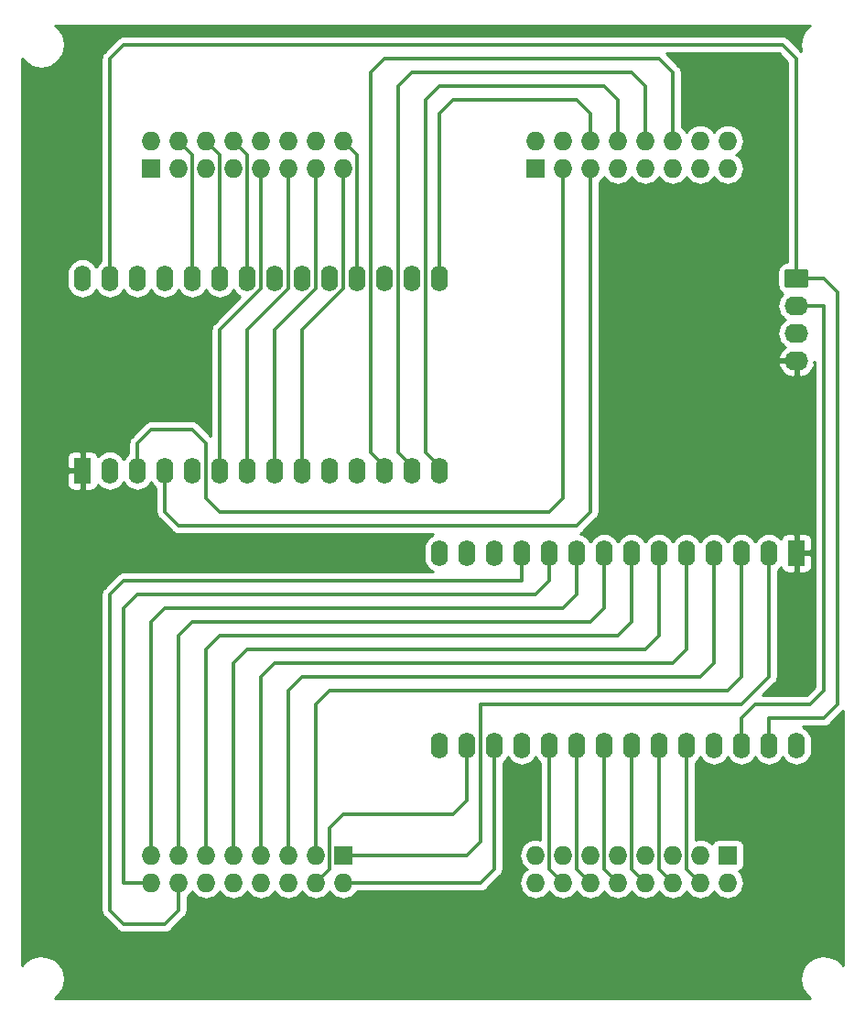
<source format=gbr>
G04 #@! TF.GenerationSoftware,KiCad,Pcbnew,(5.1.2)-2*
G04 #@! TF.CreationDate,2019-07-03T22:27:51+02:00*
G04 #@! TF.ProjectId,FGINT-V3-OUT256,4647494e-542d-4563-932d-4f5554323536,rev?*
G04 #@! TF.SameCoordinates,Original*
G04 #@! TF.FileFunction,Copper,L1,Top*
G04 #@! TF.FilePolarity,Positive*
%FSLAX46Y46*%
G04 Gerber Fmt 4.6, Leading zero omitted, Abs format (unit mm)*
G04 Created by KiCad (PCBNEW (5.1.2)-2) date 2019-07-03 22:27:51*
%MOMM*%
%LPD*%
G04 APERTURE LIST*
%ADD10C,0.100000*%
%ADD11C,1.740000*%
%ADD12O,2.200000X1.740000*%
%ADD13O,1.727200X1.727200*%
%ADD14R,1.727200X1.727200*%
%ADD15O,1.600000X2.400000*%
%ADD16R,1.600000X2.400000*%
%ADD17C,0.350000*%
%ADD18C,0.254000*%
G04 APERTURE END LIST*
D10*
G36*
X136764505Y-49931204D02*
G01*
X136788773Y-49934804D01*
X136812572Y-49940765D01*
X136835671Y-49949030D01*
X136857850Y-49959520D01*
X136878893Y-49972132D01*
X136898599Y-49986747D01*
X136916777Y-50003223D01*
X136933253Y-50021401D01*
X136947868Y-50041107D01*
X136960480Y-50062150D01*
X136970970Y-50084329D01*
X136979235Y-50107428D01*
X136985196Y-50131227D01*
X136988796Y-50155495D01*
X136990000Y-50179999D01*
X136990000Y-51420001D01*
X136988796Y-51444505D01*
X136985196Y-51468773D01*
X136979235Y-51492572D01*
X136970970Y-51515671D01*
X136960480Y-51537850D01*
X136947868Y-51558893D01*
X136933253Y-51578599D01*
X136916777Y-51596777D01*
X136898599Y-51613253D01*
X136878893Y-51627868D01*
X136857850Y-51640480D01*
X136835671Y-51650970D01*
X136812572Y-51659235D01*
X136788773Y-51665196D01*
X136764505Y-51668796D01*
X136740001Y-51670000D01*
X135039999Y-51670000D01*
X135015495Y-51668796D01*
X134991227Y-51665196D01*
X134967428Y-51659235D01*
X134944329Y-51650970D01*
X134922150Y-51640480D01*
X134901107Y-51627868D01*
X134881401Y-51613253D01*
X134863223Y-51596777D01*
X134846747Y-51578599D01*
X134832132Y-51558893D01*
X134819520Y-51537850D01*
X134809030Y-51515671D01*
X134800765Y-51492572D01*
X134794804Y-51468773D01*
X134791204Y-51444505D01*
X134790000Y-51420001D01*
X134790000Y-50179999D01*
X134791204Y-50155495D01*
X134794804Y-50131227D01*
X134800765Y-50107428D01*
X134809030Y-50084329D01*
X134819520Y-50062150D01*
X134832132Y-50041107D01*
X134846747Y-50021401D01*
X134863223Y-50003223D01*
X134881401Y-49986747D01*
X134901107Y-49972132D01*
X134922150Y-49959520D01*
X134944329Y-49949030D01*
X134967428Y-49940765D01*
X134991227Y-49934804D01*
X135015495Y-49931204D01*
X135039999Y-49930000D01*
X136740001Y-49930000D01*
X136764505Y-49931204D01*
X136764505Y-49931204D01*
G37*
D11*
X135890000Y-50800000D03*
D12*
X135890000Y-53340000D03*
X135890000Y-55880000D03*
X135890000Y-58420000D03*
D13*
X111760000Y-106680000D03*
X111760000Y-104140000D03*
X114300000Y-106680000D03*
X114300000Y-104140000D03*
X116840000Y-106680000D03*
X116840000Y-104140000D03*
X119380000Y-106680000D03*
X119380000Y-104140000D03*
X121920000Y-106680000D03*
X121920000Y-104140000D03*
X124460000Y-106680000D03*
X124460000Y-104140000D03*
X127000000Y-106680000D03*
X127000000Y-104140000D03*
X129540000Y-106680000D03*
D14*
X129540000Y-104140000D03*
X93980000Y-104140000D03*
D13*
X93980000Y-106680000D03*
X91440000Y-104140000D03*
X91440000Y-106680000D03*
X88900000Y-104140000D03*
X88900000Y-106680000D03*
X86360000Y-104140000D03*
X86360000Y-106680000D03*
X83820000Y-104140000D03*
X83820000Y-106680000D03*
X81280000Y-104140000D03*
X81280000Y-106680000D03*
X78740000Y-104140000D03*
X78740000Y-106680000D03*
X76200000Y-104140000D03*
X76200000Y-106680000D03*
D14*
X76200000Y-40640000D03*
D13*
X76200000Y-38100000D03*
X78740000Y-40640000D03*
X78740000Y-38100000D03*
X81280000Y-40640000D03*
X81280000Y-38100000D03*
X83820000Y-40640000D03*
X83820000Y-38100000D03*
X86360000Y-40640000D03*
X86360000Y-38100000D03*
X88900000Y-40640000D03*
X88900000Y-38100000D03*
X91440000Y-40640000D03*
X91440000Y-38100000D03*
X93980000Y-40640000D03*
X93980000Y-38100000D03*
X129540000Y-38100000D03*
X129540000Y-40640000D03*
X127000000Y-38100000D03*
X127000000Y-40640000D03*
X124460000Y-38100000D03*
X124460000Y-40640000D03*
X121920000Y-38100000D03*
X121920000Y-40640000D03*
X119380000Y-38100000D03*
X119380000Y-40640000D03*
X116840000Y-38100000D03*
X116840000Y-40640000D03*
X114300000Y-38100000D03*
X114300000Y-40640000D03*
X111760000Y-38100000D03*
D14*
X111760000Y-40640000D03*
D15*
X135890000Y-93980000D03*
X102870000Y-76200000D03*
X133350000Y-93980000D03*
X105410000Y-76200000D03*
X130810000Y-93980000D03*
X107950000Y-76200000D03*
X128270000Y-93980000D03*
X110490000Y-76200000D03*
X125730000Y-93980000D03*
X113030000Y-76200000D03*
X123190000Y-93980000D03*
X115570000Y-76200000D03*
X120650000Y-93980000D03*
X118110000Y-76200000D03*
X118110000Y-93980000D03*
X120650000Y-76200000D03*
X115570000Y-93980000D03*
X123190000Y-76200000D03*
X113030000Y-93980000D03*
X125730000Y-76200000D03*
X110490000Y-93980000D03*
X128270000Y-76200000D03*
X107950000Y-93980000D03*
X130810000Y-76200000D03*
X105410000Y-93980000D03*
X133350000Y-76200000D03*
X102870000Y-93980000D03*
D16*
X135890000Y-76200000D03*
X69850000Y-68580000D03*
D15*
X102870000Y-50800000D03*
X72390000Y-68580000D03*
X100330000Y-50800000D03*
X74930000Y-68580000D03*
X97790000Y-50800000D03*
X77470000Y-68580000D03*
X95250000Y-50800000D03*
X80010000Y-68580000D03*
X92710000Y-50800000D03*
X82550000Y-68580000D03*
X90170000Y-50800000D03*
X85090000Y-68580000D03*
X87630000Y-50800000D03*
X87630000Y-68580000D03*
X85090000Y-50800000D03*
X90170000Y-68580000D03*
X82550000Y-50800000D03*
X92710000Y-68580000D03*
X80010000Y-50800000D03*
X95250000Y-68580000D03*
X77470000Y-50800000D03*
X97790000Y-68580000D03*
X74930000Y-50800000D03*
X100330000Y-68580000D03*
X72390000Y-50800000D03*
X102870000Y-68580000D03*
X69850000Y-50800000D03*
D17*
X133350000Y-93980000D02*
X133350000Y-93580000D01*
X133350000Y-93580000D02*
X133350000Y-91440000D01*
X133350000Y-91440000D02*
X138430000Y-91440000D01*
X138430000Y-91440000D02*
X139700000Y-90170000D01*
X139700000Y-90170000D02*
X139700000Y-52070000D01*
X139700000Y-52070000D02*
X138430000Y-50800000D01*
X138430000Y-50800000D02*
X135890000Y-50800000D01*
X72390000Y-50800000D02*
X72390000Y-50400000D01*
X72390000Y-50400000D02*
X72390000Y-30480000D01*
X72390000Y-30480000D02*
X73660000Y-29210000D01*
X73660000Y-29210000D02*
X134620000Y-29210000D01*
X134620000Y-29210000D02*
X135890000Y-30480000D01*
X135890000Y-30480000D02*
X135890000Y-50800000D01*
X130810000Y-93980000D02*
X130810000Y-93580000D01*
X130810000Y-93580000D02*
X130810000Y-91440000D01*
X130810000Y-91440000D02*
X132080000Y-90170000D01*
X132080000Y-90170000D02*
X137160000Y-90170000D01*
X137160000Y-90170000D02*
X138430000Y-88900000D01*
X138430000Y-88900000D02*
X138430000Y-53340000D01*
X138430000Y-53340000D02*
X135890000Y-53340000D01*
X76200000Y-104140000D02*
X76200000Y-82550000D01*
X76200000Y-82550000D02*
X77470000Y-81280000D01*
X77470000Y-81280000D02*
X114300000Y-81280000D01*
X114300000Y-81280000D02*
X115570000Y-80010000D01*
X115570000Y-80010000D02*
X115570000Y-76600000D01*
X115570000Y-76600000D02*
X115570000Y-76200000D01*
X113030000Y-93980000D02*
X113030000Y-105410000D01*
X113030000Y-105410000D02*
X114300000Y-106680000D01*
X78740000Y-104140000D02*
X78740000Y-83820000D01*
X78740000Y-83820000D02*
X80010000Y-82550000D01*
X80010000Y-82550000D02*
X116840000Y-82550000D01*
X116840000Y-82550000D02*
X118110000Y-81280000D01*
X118110000Y-81280000D02*
X118110000Y-76200000D01*
X115570000Y-93980000D02*
X115570000Y-105410000D01*
X115570000Y-105410000D02*
X116840000Y-106680000D01*
X81280000Y-104140000D02*
X81280000Y-85090000D01*
X81280000Y-85090000D02*
X82550000Y-83820000D01*
X82550000Y-83820000D02*
X119380000Y-83820000D01*
X119380000Y-83820000D02*
X120650000Y-82550000D01*
X120650000Y-82550000D02*
X120650000Y-76600000D01*
X120650000Y-76600000D02*
X120650000Y-76200000D01*
X118110000Y-93980000D02*
X118110000Y-93580000D01*
X118110000Y-93580000D02*
X118110000Y-105410000D01*
X118110000Y-105410000D02*
X119380000Y-106680000D01*
X83820000Y-104140000D02*
X83820000Y-86360000D01*
X83820000Y-86360000D02*
X85090000Y-85090000D01*
X85090000Y-85090000D02*
X121920000Y-85090000D01*
X121920000Y-85090000D02*
X123190000Y-83820000D01*
X123190000Y-83820000D02*
X123190000Y-76200000D01*
X120650000Y-93980000D02*
X120650000Y-105410000D01*
X120650000Y-105410000D02*
X121920000Y-106680000D01*
X86360000Y-104140000D02*
X86360000Y-87630000D01*
X86360000Y-87630000D02*
X87630000Y-86360000D01*
X87630000Y-86360000D02*
X124460000Y-86360000D01*
X124460000Y-86360000D02*
X125730000Y-85090000D01*
X125730000Y-85090000D02*
X125730000Y-76600000D01*
X125730000Y-76600000D02*
X125730000Y-76200000D01*
X123190000Y-93980000D02*
X123190000Y-105410000D01*
X123190000Y-105410000D02*
X124460000Y-106680000D01*
X88900000Y-104140000D02*
X88900000Y-88900000D01*
X88900000Y-88900000D02*
X90170000Y-87630000D01*
X90170000Y-87630000D02*
X127000000Y-87630000D01*
X127000000Y-87630000D02*
X128270000Y-86360000D01*
X128270000Y-86360000D02*
X128270000Y-76200000D01*
X125730000Y-93980000D02*
X125730000Y-105410000D01*
X125730000Y-105410000D02*
X127000000Y-106680000D01*
X91440000Y-104140000D02*
X91440000Y-90170000D01*
X91440000Y-90170000D02*
X92710000Y-88900000D01*
X92710000Y-88900000D02*
X129540000Y-88900000D01*
X129540000Y-88900000D02*
X130810000Y-87630000D01*
X130810000Y-87630000D02*
X130810000Y-76600000D01*
X130810000Y-76600000D02*
X130810000Y-76200000D01*
X93980000Y-104140000D02*
X105410000Y-104140000D01*
X105410000Y-104140000D02*
X106680000Y-102870000D01*
X106680000Y-102870000D02*
X106680000Y-90170000D01*
X106680000Y-90170000D02*
X130810000Y-90170000D01*
X130810000Y-90170000D02*
X133350000Y-87630000D01*
X133350000Y-87630000D02*
X133350000Y-76600000D01*
X133350000Y-76600000D02*
X133350000Y-76200000D01*
X107950000Y-93980000D02*
X107950000Y-105410000D01*
X107950000Y-105410000D02*
X106680000Y-106680000D01*
X106680000Y-106680000D02*
X93980000Y-106680000D01*
X105410000Y-93980000D02*
X105410000Y-99060000D01*
X105410000Y-99060000D02*
X104140000Y-100330000D01*
X104140000Y-100330000D02*
X93980000Y-100330000D01*
X93980000Y-100330000D02*
X92710000Y-101600000D01*
X92710000Y-101600000D02*
X92710000Y-105410000D01*
X92710000Y-105410000D02*
X91440000Y-106680000D01*
X110490000Y-76200000D02*
X110490000Y-76600000D01*
X110490000Y-76600000D02*
X110490000Y-78740000D01*
X110490000Y-78740000D02*
X73660000Y-78740000D01*
X73660000Y-78740000D02*
X72390000Y-80010000D01*
X72390000Y-80010000D02*
X72390000Y-109220000D01*
X72390000Y-109220000D02*
X73660000Y-110490000D01*
X73660000Y-110490000D02*
X77470000Y-110490000D01*
X77470000Y-110490000D02*
X78740000Y-109220000D01*
X78740000Y-109220000D02*
X78740000Y-106680000D01*
X113030000Y-76200000D02*
X113030000Y-76600000D01*
X113030000Y-76600000D02*
X113030000Y-78740000D01*
X113030000Y-78740000D02*
X111760000Y-80010000D01*
X111760000Y-80010000D02*
X74930000Y-80010000D01*
X74930000Y-80010000D02*
X73660000Y-81280000D01*
X73660000Y-81280000D02*
X73660000Y-106680000D01*
X73660000Y-106680000D02*
X76200000Y-106680000D01*
X74930000Y-68580000D02*
X74930000Y-66040000D01*
X74930000Y-66040000D02*
X76200000Y-64770000D01*
X76200000Y-64770000D02*
X80010000Y-64770000D01*
X80010000Y-64770000D02*
X81280000Y-66040000D01*
X81280000Y-66040000D02*
X81280000Y-71120000D01*
X81280000Y-71120000D02*
X82550000Y-72390000D01*
X82550000Y-72390000D02*
X113030000Y-72390000D01*
X113030000Y-72390000D02*
X114300000Y-71120000D01*
X114300000Y-71120000D02*
X114300000Y-40640000D01*
X80010000Y-50800000D02*
X80010000Y-39370000D01*
X80010000Y-39370000D02*
X78740000Y-38100000D01*
X116840000Y-40640000D02*
X116840000Y-72390000D01*
X116840000Y-72390000D02*
X115570000Y-73660000D01*
X115570000Y-73660000D02*
X78740000Y-73660000D01*
X78740000Y-73660000D02*
X77470000Y-72390000D01*
X77470000Y-72390000D02*
X77470000Y-68580000D01*
X82550000Y-50800000D02*
X82550000Y-39370000D01*
X82550000Y-39370000D02*
X81280000Y-38100000D01*
X85090000Y-50800000D02*
X85090000Y-39370000D01*
X85090000Y-39370000D02*
X83820000Y-38100000D01*
X82550000Y-68580000D02*
X82550000Y-68180000D01*
X82550000Y-68180000D02*
X82550000Y-55536100D01*
X82550000Y-55536100D02*
X86360000Y-51726100D01*
X86360000Y-51726100D02*
X86360000Y-50926100D01*
X86360000Y-50926100D02*
X86360000Y-40640000D01*
X85090000Y-68580000D02*
X85090000Y-68180000D01*
X85090000Y-68180000D02*
X85090000Y-55536100D01*
X85090000Y-55536100D02*
X88900000Y-51726100D01*
X88900000Y-51726100D02*
X88900000Y-50926100D01*
X88900000Y-50926100D02*
X88900000Y-40640000D01*
X91440000Y-40640000D02*
X91440000Y-51726100D01*
X91440000Y-51726100D02*
X87630000Y-55536100D01*
X87630000Y-55536100D02*
X87630000Y-68180000D01*
X87630000Y-68180000D02*
X87630000Y-68580000D01*
X90170000Y-68580000D02*
X90170000Y-68180000D01*
X90170000Y-68180000D02*
X90170000Y-55536100D01*
X90170000Y-55536100D02*
X93980000Y-51726100D01*
X93980000Y-51726100D02*
X93980000Y-50926100D01*
X93980000Y-50926100D02*
X93980000Y-40640000D01*
X95250000Y-50800000D02*
X95250000Y-39370000D01*
X95250000Y-39370000D02*
X93980000Y-38100000D01*
X97790000Y-68580000D02*
X97790000Y-68180000D01*
X97790000Y-68180000D02*
X96520000Y-66910000D01*
X96520000Y-66910000D02*
X96520000Y-31750000D01*
X96520000Y-31750000D02*
X97790000Y-30480000D01*
X97790000Y-30480000D02*
X123190000Y-30480000D01*
X123190000Y-30480000D02*
X124460000Y-31750000D01*
X124460000Y-31750000D02*
X124460000Y-38100000D01*
X100330000Y-68580000D02*
X100330000Y-68180000D01*
X100330000Y-68180000D02*
X99060000Y-66910000D01*
X99060000Y-66910000D02*
X99060000Y-33020000D01*
X99060000Y-33020000D02*
X100330000Y-31750000D01*
X100330000Y-31750000D02*
X120650000Y-31750000D01*
X120650000Y-31750000D02*
X121920000Y-33020000D01*
X121920000Y-33020000D02*
X121920000Y-38100000D01*
X102870000Y-68580000D02*
X102870000Y-68180000D01*
X102870000Y-68180000D02*
X101600000Y-66910000D01*
X101600000Y-66910000D02*
X101600000Y-50926100D01*
X101600000Y-50926100D02*
X101600000Y-49873900D01*
X101600000Y-49873900D02*
X101600000Y-34290000D01*
X101600000Y-34290000D02*
X102870000Y-33020000D01*
X102870000Y-33020000D02*
X118110000Y-33020000D01*
X118110000Y-33020000D02*
X119380000Y-34290000D01*
X119380000Y-34290000D02*
X119380000Y-38100000D01*
X102870000Y-50800000D02*
X102870000Y-35560000D01*
X102870000Y-35560000D02*
X104140000Y-34290000D01*
X104140000Y-34290000D02*
X115570000Y-34290000D01*
X115570000Y-34290000D02*
X116840000Y-35560000D01*
X116840000Y-35560000D02*
X116840000Y-38100000D01*
D18*
G36*
X136861839Y-27695645D02*
G01*
X136597565Y-28029076D01*
X136403087Y-28407488D01*
X136285814Y-28816468D01*
X136250212Y-29240438D01*
X136297638Y-29663247D01*
X136334285Y-29778772D01*
X135220899Y-28665387D01*
X135195528Y-28634472D01*
X135072189Y-28533251D01*
X134931473Y-28458037D01*
X134778788Y-28411720D01*
X134659791Y-28400000D01*
X134659788Y-28400000D01*
X134620000Y-28396081D01*
X134580212Y-28400000D01*
X73699787Y-28400000D01*
X73659999Y-28396081D01*
X73620211Y-28400000D01*
X73620209Y-28400000D01*
X73501212Y-28411720D01*
X73348527Y-28458037D01*
X73283024Y-28493049D01*
X73207810Y-28533251D01*
X73152210Y-28578881D01*
X73084472Y-28634472D01*
X73059105Y-28665382D01*
X71845383Y-29879105D01*
X71814473Y-29904472D01*
X71789108Y-29935380D01*
X71713251Y-30027811D01*
X71638039Y-30168526D01*
X71638038Y-30168527D01*
X71591722Y-30321211D01*
X71591721Y-30321213D01*
X71576081Y-30480000D01*
X71580001Y-30519798D01*
X71580000Y-49208371D01*
X71370392Y-49380393D01*
X71191068Y-49598900D01*
X71120000Y-49731858D01*
X71048932Y-49598899D01*
X70869607Y-49380392D01*
X70651100Y-49201068D01*
X70401807Y-49067818D01*
X70131308Y-48985764D01*
X69850000Y-48958057D01*
X69568691Y-48985764D01*
X69298192Y-49067818D01*
X69048899Y-49201068D01*
X68830392Y-49380393D01*
X68651068Y-49598900D01*
X68517818Y-49848193D01*
X68435764Y-50118692D01*
X68415000Y-50329509D01*
X68415000Y-51270492D01*
X68435764Y-51481309D01*
X68517818Y-51751808D01*
X68651068Y-52001101D01*
X68830393Y-52219608D01*
X69048900Y-52398932D01*
X69298193Y-52532182D01*
X69568692Y-52614236D01*
X69850000Y-52641943D01*
X70131309Y-52614236D01*
X70401808Y-52532182D01*
X70651101Y-52398932D01*
X70869608Y-52219608D01*
X71048932Y-52001101D01*
X71120000Y-51868142D01*
X71191068Y-52001101D01*
X71370393Y-52219608D01*
X71588900Y-52398932D01*
X71838193Y-52532182D01*
X72108692Y-52614236D01*
X72390000Y-52641943D01*
X72671309Y-52614236D01*
X72941808Y-52532182D01*
X73191101Y-52398932D01*
X73409608Y-52219608D01*
X73588932Y-52001101D01*
X73660000Y-51868142D01*
X73731068Y-52001101D01*
X73910393Y-52219608D01*
X74128900Y-52398932D01*
X74378193Y-52532182D01*
X74648692Y-52614236D01*
X74930000Y-52641943D01*
X75211309Y-52614236D01*
X75481808Y-52532182D01*
X75731101Y-52398932D01*
X75949608Y-52219608D01*
X76128932Y-52001101D01*
X76200000Y-51868142D01*
X76271068Y-52001101D01*
X76450393Y-52219608D01*
X76668900Y-52398932D01*
X76918193Y-52532182D01*
X77188692Y-52614236D01*
X77470000Y-52641943D01*
X77751309Y-52614236D01*
X78021808Y-52532182D01*
X78271101Y-52398932D01*
X78489608Y-52219608D01*
X78668932Y-52001101D01*
X78740000Y-51868142D01*
X78811068Y-52001101D01*
X78990393Y-52219608D01*
X79208900Y-52398932D01*
X79458193Y-52532182D01*
X79728692Y-52614236D01*
X80010000Y-52641943D01*
X80291309Y-52614236D01*
X80561808Y-52532182D01*
X80811101Y-52398932D01*
X81029608Y-52219608D01*
X81208932Y-52001101D01*
X81280000Y-51868142D01*
X81351068Y-52001101D01*
X81530393Y-52219608D01*
X81748900Y-52398932D01*
X81998193Y-52532182D01*
X82268692Y-52614236D01*
X82550000Y-52641943D01*
X82831309Y-52614236D01*
X83101808Y-52532182D01*
X83351101Y-52398932D01*
X83569608Y-52219608D01*
X83748932Y-52001101D01*
X83820000Y-51868142D01*
X83891068Y-52001101D01*
X84070393Y-52219608D01*
X84288900Y-52398932D01*
X84453614Y-52486973D01*
X82005383Y-54935205D01*
X81974473Y-54960572D01*
X81949108Y-54991480D01*
X81873251Y-55083911D01*
X81798038Y-55224627D01*
X81751721Y-55377313D01*
X81736081Y-55536100D01*
X81740001Y-55575898D01*
X81740000Y-65354487D01*
X80610899Y-64225387D01*
X80585528Y-64194472D01*
X80462189Y-64093251D01*
X80321473Y-64018037D01*
X80168788Y-63971720D01*
X80049791Y-63960000D01*
X80049788Y-63960000D01*
X80010000Y-63956081D01*
X79970212Y-63960000D01*
X76239787Y-63960000D01*
X76199999Y-63956081D01*
X76160211Y-63960000D01*
X76160209Y-63960000D01*
X76041212Y-63971720D01*
X75888527Y-64018037D01*
X75823024Y-64053049D01*
X75747810Y-64093251D01*
X75692210Y-64138881D01*
X75624472Y-64194472D01*
X75599105Y-64225382D01*
X74385383Y-65439105D01*
X74354473Y-65464472D01*
X74329108Y-65495380D01*
X74253251Y-65587811D01*
X74178039Y-65728526D01*
X74178038Y-65728527D01*
X74131722Y-65881211D01*
X74131721Y-65881213D01*
X74116081Y-66040000D01*
X74120001Y-66079798D01*
X74120001Y-66988371D01*
X73910392Y-67160393D01*
X73731068Y-67378900D01*
X73660000Y-67511858D01*
X73588932Y-67378899D01*
X73409607Y-67160392D01*
X73191100Y-66981068D01*
X72941807Y-66847818D01*
X72671308Y-66765764D01*
X72390000Y-66738057D01*
X72108691Y-66765764D01*
X71838192Y-66847818D01*
X71588899Y-66981068D01*
X71370392Y-67160393D01*
X71277581Y-67273483D01*
X71275812Y-67255518D01*
X71239502Y-67135820D01*
X71180537Y-67025506D01*
X71101185Y-66928815D01*
X71004494Y-66849463D01*
X70894180Y-66790498D01*
X70774482Y-66754188D01*
X70650000Y-66741928D01*
X70135750Y-66745000D01*
X69977000Y-66903750D01*
X69977000Y-68453000D01*
X69997000Y-68453000D01*
X69997000Y-68707000D01*
X69977000Y-68707000D01*
X69977000Y-70256250D01*
X70135750Y-70415000D01*
X70650000Y-70418072D01*
X70774482Y-70405812D01*
X70894180Y-70369502D01*
X71004494Y-70310537D01*
X71101185Y-70231185D01*
X71180537Y-70134494D01*
X71239502Y-70024180D01*
X71275812Y-69904482D01*
X71277581Y-69886517D01*
X71370393Y-69999608D01*
X71588900Y-70178932D01*
X71838193Y-70312182D01*
X72108692Y-70394236D01*
X72390000Y-70421943D01*
X72671309Y-70394236D01*
X72941808Y-70312182D01*
X73191101Y-70178932D01*
X73409608Y-69999608D01*
X73588932Y-69781101D01*
X73660000Y-69648142D01*
X73731068Y-69781101D01*
X73910393Y-69999608D01*
X74128900Y-70178932D01*
X74378193Y-70312182D01*
X74648692Y-70394236D01*
X74930000Y-70421943D01*
X75211309Y-70394236D01*
X75481808Y-70312182D01*
X75731101Y-70178932D01*
X75949608Y-69999608D01*
X76128932Y-69781101D01*
X76200000Y-69648142D01*
X76271068Y-69781101D01*
X76450393Y-69999608D01*
X76660001Y-70171628D01*
X76660000Y-72350212D01*
X76656081Y-72390000D01*
X76660000Y-72429788D01*
X76660000Y-72429790D01*
X76671720Y-72548787D01*
X76718037Y-72701472D01*
X76753049Y-72766975D01*
X76793251Y-72842189D01*
X76809280Y-72861720D01*
X76894472Y-72965528D01*
X76925387Y-72990899D01*
X78139105Y-74204618D01*
X78164472Y-74235528D01*
X78232210Y-74291119D01*
X78287810Y-74336749D01*
X78340665Y-74365000D01*
X78428527Y-74411963D01*
X78581212Y-74458280D01*
X78700209Y-74470000D01*
X78700211Y-74470000D01*
X78739999Y-74473919D01*
X78779787Y-74470000D01*
X102314111Y-74470000D01*
X102068900Y-74601068D01*
X101850393Y-74780392D01*
X101671068Y-74998899D01*
X101537818Y-75248192D01*
X101455764Y-75518691D01*
X101435000Y-75729508D01*
X101435000Y-76670491D01*
X101455764Y-76881308D01*
X101537818Y-77151807D01*
X101671068Y-77401100D01*
X101850392Y-77619607D01*
X102068899Y-77798932D01*
X102314110Y-77930000D01*
X73699787Y-77930000D01*
X73659999Y-77926081D01*
X73620211Y-77930000D01*
X73620209Y-77930000D01*
X73501212Y-77941720D01*
X73348527Y-77988037D01*
X73299512Y-78014236D01*
X73207810Y-78063251D01*
X73152210Y-78108881D01*
X73084472Y-78164472D01*
X73059105Y-78195382D01*
X71845387Y-79409101D01*
X71814472Y-79434472D01*
X71744703Y-79519487D01*
X71713251Y-79557811D01*
X71673049Y-79633025D01*
X71638037Y-79698528D01*
X71591720Y-79851213D01*
X71580000Y-79970209D01*
X71576081Y-80010000D01*
X71580000Y-80049788D01*
X71580001Y-109180202D01*
X71576081Y-109220000D01*
X71590305Y-109364410D01*
X71591721Y-109378788D01*
X71638038Y-109531472D01*
X71638038Y-109531473D01*
X71713251Y-109672189D01*
X71767292Y-109738037D01*
X71814473Y-109795528D01*
X71845383Y-109820895D01*
X73059105Y-111034618D01*
X73084472Y-111065528D01*
X73152210Y-111121119D01*
X73207810Y-111166749D01*
X73283024Y-111206951D01*
X73348527Y-111241963D01*
X73501212Y-111288280D01*
X73620209Y-111300000D01*
X73620211Y-111300000D01*
X73659999Y-111303919D01*
X73699787Y-111300000D01*
X77430212Y-111300000D01*
X77470000Y-111303919D01*
X77509788Y-111300000D01*
X77509791Y-111300000D01*
X77628788Y-111288280D01*
X77781473Y-111241963D01*
X77922189Y-111166749D01*
X78045528Y-111065528D01*
X78070899Y-111034613D01*
X79284619Y-109820894D01*
X79315528Y-109795528D01*
X79371119Y-109727790D01*
X79416749Y-109672190D01*
X79491962Y-109531474D01*
X79491963Y-109531473D01*
X79538280Y-109378788D01*
X79550000Y-109259791D01*
X79550000Y-109259789D01*
X79553919Y-109220001D01*
X79550000Y-109180213D01*
X79550000Y-107946290D01*
X79576606Y-107932069D01*
X79804797Y-107744797D01*
X79992069Y-107516606D01*
X80010000Y-107483060D01*
X80027931Y-107516606D01*
X80215203Y-107744797D01*
X80443394Y-107932069D01*
X80703736Y-108071225D01*
X80986223Y-108156916D01*
X81206381Y-108178600D01*
X81353619Y-108178600D01*
X81573777Y-108156916D01*
X81856264Y-108071225D01*
X82116606Y-107932069D01*
X82344797Y-107744797D01*
X82532069Y-107516606D01*
X82550000Y-107483060D01*
X82567931Y-107516606D01*
X82755203Y-107744797D01*
X82983394Y-107932069D01*
X83243736Y-108071225D01*
X83526223Y-108156916D01*
X83746381Y-108178600D01*
X83893619Y-108178600D01*
X84113777Y-108156916D01*
X84396264Y-108071225D01*
X84656606Y-107932069D01*
X84884797Y-107744797D01*
X85072069Y-107516606D01*
X85090000Y-107483060D01*
X85107931Y-107516606D01*
X85295203Y-107744797D01*
X85523394Y-107932069D01*
X85783736Y-108071225D01*
X86066223Y-108156916D01*
X86286381Y-108178600D01*
X86433619Y-108178600D01*
X86653777Y-108156916D01*
X86936264Y-108071225D01*
X87196606Y-107932069D01*
X87424797Y-107744797D01*
X87612069Y-107516606D01*
X87630000Y-107483060D01*
X87647931Y-107516606D01*
X87835203Y-107744797D01*
X88063394Y-107932069D01*
X88323736Y-108071225D01*
X88606223Y-108156916D01*
X88826381Y-108178600D01*
X88973619Y-108178600D01*
X89193777Y-108156916D01*
X89476264Y-108071225D01*
X89736606Y-107932069D01*
X89964797Y-107744797D01*
X90152069Y-107516606D01*
X90170000Y-107483060D01*
X90187931Y-107516606D01*
X90375203Y-107744797D01*
X90603394Y-107932069D01*
X90863736Y-108071225D01*
X91146223Y-108156916D01*
X91366381Y-108178600D01*
X91513619Y-108178600D01*
X91733777Y-108156916D01*
X92016264Y-108071225D01*
X92276606Y-107932069D01*
X92504797Y-107744797D01*
X92692069Y-107516606D01*
X92710000Y-107483060D01*
X92727931Y-107516606D01*
X92915203Y-107744797D01*
X93143394Y-107932069D01*
X93403736Y-108071225D01*
X93686223Y-108156916D01*
X93906381Y-108178600D01*
X94053619Y-108178600D01*
X94273777Y-108156916D01*
X94556264Y-108071225D01*
X94816606Y-107932069D01*
X95044797Y-107744797D01*
X95232069Y-107516606D01*
X95246290Y-107490000D01*
X106640212Y-107490000D01*
X106680000Y-107493919D01*
X106719788Y-107490000D01*
X106719791Y-107490000D01*
X106838788Y-107478280D01*
X106991473Y-107431963D01*
X107132189Y-107356749D01*
X107255528Y-107255528D01*
X107280899Y-107224613D01*
X108494618Y-106010895D01*
X108525528Y-105985528D01*
X108581119Y-105917790D01*
X108626749Y-105862190D01*
X108701962Y-105721474D01*
X108701963Y-105721473D01*
X108748280Y-105568788D01*
X108760000Y-105449791D01*
X108760000Y-105449789D01*
X108763919Y-105410001D01*
X108760000Y-105370213D01*
X108760000Y-95571628D01*
X108969607Y-95399608D01*
X109148932Y-95181101D01*
X109220000Y-95048142D01*
X109291068Y-95181100D01*
X109470392Y-95399607D01*
X109688899Y-95578932D01*
X109938192Y-95712182D01*
X110208691Y-95794236D01*
X110490000Y-95821943D01*
X110771308Y-95794236D01*
X111041807Y-95712182D01*
X111291100Y-95578932D01*
X111509607Y-95399608D01*
X111688932Y-95181101D01*
X111760000Y-95048142D01*
X111831068Y-95181100D01*
X112010392Y-95399607D01*
X112220000Y-95571629D01*
X112220001Y-102713507D01*
X112053777Y-102663084D01*
X111833619Y-102641400D01*
X111686381Y-102641400D01*
X111466223Y-102663084D01*
X111183736Y-102748775D01*
X110923394Y-102887931D01*
X110695203Y-103075203D01*
X110507931Y-103303394D01*
X110368775Y-103563736D01*
X110283084Y-103846223D01*
X110254149Y-104140000D01*
X110283084Y-104433777D01*
X110368775Y-104716264D01*
X110507931Y-104976606D01*
X110695203Y-105204797D01*
X110923394Y-105392069D01*
X110956940Y-105410000D01*
X110923394Y-105427931D01*
X110695203Y-105615203D01*
X110507931Y-105843394D01*
X110368775Y-106103736D01*
X110283084Y-106386223D01*
X110254149Y-106680000D01*
X110283084Y-106973777D01*
X110368775Y-107256264D01*
X110507931Y-107516606D01*
X110695203Y-107744797D01*
X110923394Y-107932069D01*
X111183736Y-108071225D01*
X111466223Y-108156916D01*
X111686381Y-108178600D01*
X111833619Y-108178600D01*
X112053777Y-108156916D01*
X112336264Y-108071225D01*
X112596606Y-107932069D01*
X112824797Y-107744797D01*
X113012069Y-107516606D01*
X113030000Y-107483060D01*
X113047931Y-107516606D01*
X113235203Y-107744797D01*
X113463394Y-107932069D01*
X113723736Y-108071225D01*
X114006223Y-108156916D01*
X114226381Y-108178600D01*
X114373619Y-108178600D01*
X114593777Y-108156916D01*
X114876264Y-108071225D01*
X115136606Y-107932069D01*
X115364797Y-107744797D01*
X115552069Y-107516606D01*
X115570000Y-107483060D01*
X115587931Y-107516606D01*
X115775203Y-107744797D01*
X116003394Y-107932069D01*
X116263736Y-108071225D01*
X116546223Y-108156916D01*
X116766381Y-108178600D01*
X116913619Y-108178600D01*
X117133777Y-108156916D01*
X117416264Y-108071225D01*
X117676606Y-107932069D01*
X117904797Y-107744797D01*
X118092069Y-107516606D01*
X118110000Y-107483060D01*
X118127931Y-107516606D01*
X118315203Y-107744797D01*
X118543394Y-107932069D01*
X118803736Y-108071225D01*
X119086223Y-108156916D01*
X119306381Y-108178600D01*
X119453619Y-108178600D01*
X119673777Y-108156916D01*
X119956264Y-108071225D01*
X120216606Y-107932069D01*
X120444797Y-107744797D01*
X120632069Y-107516606D01*
X120650000Y-107483060D01*
X120667931Y-107516606D01*
X120855203Y-107744797D01*
X121083394Y-107932069D01*
X121343736Y-108071225D01*
X121626223Y-108156916D01*
X121846381Y-108178600D01*
X121993619Y-108178600D01*
X122213777Y-108156916D01*
X122496264Y-108071225D01*
X122756606Y-107932069D01*
X122984797Y-107744797D01*
X123172069Y-107516606D01*
X123190000Y-107483060D01*
X123207931Y-107516606D01*
X123395203Y-107744797D01*
X123623394Y-107932069D01*
X123883736Y-108071225D01*
X124166223Y-108156916D01*
X124386381Y-108178600D01*
X124533619Y-108178600D01*
X124753777Y-108156916D01*
X125036264Y-108071225D01*
X125296606Y-107932069D01*
X125524797Y-107744797D01*
X125712069Y-107516606D01*
X125730000Y-107483060D01*
X125747931Y-107516606D01*
X125935203Y-107744797D01*
X126163394Y-107932069D01*
X126423736Y-108071225D01*
X126706223Y-108156916D01*
X126926381Y-108178600D01*
X127073619Y-108178600D01*
X127293777Y-108156916D01*
X127576264Y-108071225D01*
X127836606Y-107932069D01*
X128064797Y-107744797D01*
X128252069Y-107516606D01*
X128270000Y-107483060D01*
X128287931Y-107516606D01*
X128475203Y-107744797D01*
X128703394Y-107932069D01*
X128963736Y-108071225D01*
X129246223Y-108156916D01*
X129466381Y-108178600D01*
X129613619Y-108178600D01*
X129833777Y-108156916D01*
X130116264Y-108071225D01*
X130376606Y-107932069D01*
X130604797Y-107744797D01*
X130792069Y-107516606D01*
X130931225Y-107256264D01*
X131016916Y-106973777D01*
X131045851Y-106680000D01*
X131016916Y-106386223D01*
X130931225Y-106103736D01*
X130792069Y-105843394D01*
X130604797Y-105615203D01*
X130596735Y-105608586D01*
X130647780Y-105593102D01*
X130758094Y-105534137D01*
X130854785Y-105454785D01*
X130934137Y-105358094D01*
X130993102Y-105247780D01*
X131029412Y-105128082D01*
X131041672Y-105003600D01*
X131041672Y-103276400D01*
X131029412Y-103151918D01*
X130993102Y-103032220D01*
X130934137Y-102921906D01*
X130854785Y-102825215D01*
X130758094Y-102745863D01*
X130647780Y-102686898D01*
X130528082Y-102650588D01*
X130403600Y-102638328D01*
X128676400Y-102638328D01*
X128551918Y-102650588D01*
X128432220Y-102686898D01*
X128321906Y-102745863D01*
X128225215Y-102825215D01*
X128145863Y-102921906D01*
X128086898Y-103032220D01*
X128071414Y-103083265D01*
X128064797Y-103075203D01*
X127836606Y-102887931D01*
X127576264Y-102748775D01*
X127293777Y-102663084D01*
X127073619Y-102641400D01*
X126926381Y-102641400D01*
X126706223Y-102663084D01*
X126540000Y-102713507D01*
X126540000Y-95571628D01*
X126749607Y-95399608D01*
X126928932Y-95181101D01*
X127000000Y-95048142D01*
X127071068Y-95181100D01*
X127250392Y-95399607D01*
X127468899Y-95578932D01*
X127718192Y-95712182D01*
X127988691Y-95794236D01*
X128270000Y-95821943D01*
X128551308Y-95794236D01*
X128821807Y-95712182D01*
X129071100Y-95578932D01*
X129289607Y-95399608D01*
X129468932Y-95181101D01*
X129540000Y-95048142D01*
X129611068Y-95181100D01*
X129790392Y-95399607D01*
X130008899Y-95578932D01*
X130258192Y-95712182D01*
X130528691Y-95794236D01*
X130810000Y-95821943D01*
X131091308Y-95794236D01*
X131361807Y-95712182D01*
X131611100Y-95578932D01*
X131829607Y-95399608D01*
X132008932Y-95181101D01*
X132080000Y-95048142D01*
X132151068Y-95181100D01*
X132330392Y-95399607D01*
X132548899Y-95578932D01*
X132798192Y-95712182D01*
X133068691Y-95794236D01*
X133350000Y-95821943D01*
X133631308Y-95794236D01*
X133901807Y-95712182D01*
X134151100Y-95578932D01*
X134369607Y-95399608D01*
X134548932Y-95181101D01*
X134620000Y-95048142D01*
X134691068Y-95181100D01*
X134870392Y-95399607D01*
X135088899Y-95578932D01*
X135338192Y-95712182D01*
X135608691Y-95794236D01*
X135890000Y-95821943D01*
X136171308Y-95794236D01*
X136441807Y-95712182D01*
X136691100Y-95578932D01*
X136909607Y-95399608D01*
X137088932Y-95181101D01*
X137222182Y-94931808D01*
X137304236Y-94661309D01*
X137325000Y-94450492D01*
X137325000Y-93509509D01*
X137304236Y-93298691D01*
X137222182Y-93028192D01*
X137088932Y-92778899D01*
X136909608Y-92560392D01*
X136691101Y-92381068D01*
X136445890Y-92250000D01*
X138390212Y-92250000D01*
X138430000Y-92253919D01*
X138469788Y-92250000D01*
X138469791Y-92250000D01*
X138588788Y-92238280D01*
X138741473Y-92191963D01*
X138882189Y-92116749D01*
X139005528Y-92015528D01*
X139030899Y-91984613D01*
X140208000Y-90807513D01*
X140208000Y-114309467D01*
X139933371Y-113991305D01*
X139598102Y-113729365D01*
X139218342Y-113537534D01*
X138808553Y-113423119D01*
X138384346Y-113390478D01*
X137961877Y-113440854D01*
X137557239Y-113572329D01*
X137185844Y-113779895D01*
X136861839Y-114055645D01*
X136597565Y-114389076D01*
X136403087Y-114767488D01*
X136285814Y-115176468D01*
X136250212Y-115600438D01*
X136297638Y-116023247D01*
X136426285Y-116428793D01*
X136631253Y-116801628D01*
X136904734Y-117127550D01*
X137178918Y-117348000D01*
X67294461Y-117348000D01*
X67586864Y-117106103D01*
X67855768Y-116776394D01*
X68055510Y-116400733D01*
X68178482Y-115993431D01*
X68220000Y-115570000D01*
X68219150Y-115509131D01*
X68165826Y-115087024D01*
X68031529Y-114683314D01*
X67821376Y-114313378D01*
X67543371Y-113991305D01*
X67208102Y-113729365D01*
X66828342Y-113537534D01*
X66418553Y-113423119D01*
X65994346Y-113390478D01*
X65571877Y-113440854D01*
X65167239Y-113572329D01*
X64795844Y-113779895D01*
X64471839Y-114055645D01*
X64262000Y-114320396D01*
X64262000Y-69780000D01*
X68411928Y-69780000D01*
X68424188Y-69904482D01*
X68460498Y-70024180D01*
X68519463Y-70134494D01*
X68598815Y-70231185D01*
X68695506Y-70310537D01*
X68805820Y-70369502D01*
X68925518Y-70405812D01*
X69050000Y-70418072D01*
X69564250Y-70415000D01*
X69723000Y-70256250D01*
X69723000Y-68707000D01*
X68573750Y-68707000D01*
X68415000Y-68865750D01*
X68411928Y-69780000D01*
X64262000Y-69780000D01*
X64262000Y-67380000D01*
X68411928Y-67380000D01*
X68415000Y-68294250D01*
X68573750Y-68453000D01*
X69723000Y-68453000D01*
X69723000Y-66903750D01*
X69564250Y-66745000D01*
X69050000Y-66741928D01*
X68925518Y-66754188D01*
X68805820Y-66790498D01*
X68695506Y-66849463D01*
X68598815Y-66928815D01*
X68519463Y-67025506D01*
X68460498Y-67135820D01*
X68424188Y-67255518D01*
X68411928Y-67380000D01*
X64262000Y-67380000D01*
X64262000Y-30466353D01*
X64514734Y-30767550D01*
X64846312Y-31034146D01*
X65223358Y-31231261D01*
X65631509Y-31351386D01*
X66055219Y-31389947D01*
X66478350Y-31345474D01*
X66884784Y-31219662D01*
X67259041Y-31017302D01*
X67586864Y-30746103D01*
X67855768Y-30416394D01*
X68055510Y-30040733D01*
X68178482Y-29633431D01*
X68220000Y-29210000D01*
X68219150Y-29149131D01*
X68165826Y-28727024D01*
X68031529Y-28323314D01*
X67821376Y-27953378D01*
X67543371Y-27631305D01*
X67288271Y-27432000D01*
X137171621Y-27432000D01*
X136861839Y-27695645D01*
X136861839Y-27695645D01*
G37*
X136861839Y-27695645D02*
X136597565Y-28029076D01*
X136403087Y-28407488D01*
X136285814Y-28816468D01*
X136250212Y-29240438D01*
X136297638Y-29663247D01*
X136334285Y-29778772D01*
X135220899Y-28665387D01*
X135195528Y-28634472D01*
X135072189Y-28533251D01*
X134931473Y-28458037D01*
X134778788Y-28411720D01*
X134659791Y-28400000D01*
X134659788Y-28400000D01*
X134620000Y-28396081D01*
X134580212Y-28400000D01*
X73699787Y-28400000D01*
X73659999Y-28396081D01*
X73620211Y-28400000D01*
X73620209Y-28400000D01*
X73501212Y-28411720D01*
X73348527Y-28458037D01*
X73283024Y-28493049D01*
X73207810Y-28533251D01*
X73152210Y-28578881D01*
X73084472Y-28634472D01*
X73059105Y-28665382D01*
X71845383Y-29879105D01*
X71814473Y-29904472D01*
X71789108Y-29935380D01*
X71713251Y-30027811D01*
X71638039Y-30168526D01*
X71638038Y-30168527D01*
X71591722Y-30321211D01*
X71591721Y-30321213D01*
X71576081Y-30480000D01*
X71580001Y-30519798D01*
X71580000Y-49208371D01*
X71370392Y-49380393D01*
X71191068Y-49598900D01*
X71120000Y-49731858D01*
X71048932Y-49598899D01*
X70869607Y-49380392D01*
X70651100Y-49201068D01*
X70401807Y-49067818D01*
X70131308Y-48985764D01*
X69850000Y-48958057D01*
X69568691Y-48985764D01*
X69298192Y-49067818D01*
X69048899Y-49201068D01*
X68830392Y-49380393D01*
X68651068Y-49598900D01*
X68517818Y-49848193D01*
X68435764Y-50118692D01*
X68415000Y-50329509D01*
X68415000Y-51270492D01*
X68435764Y-51481309D01*
X68517818Y-51751808D01*
X68651068Y-52001101D01*
X68830393Y-52219608D01*
X69048900Y-52398932D01*
X69298193Y-52532182D01*
X69568692Y-52614236D01*
X69850000Y-52641943D01*
X70131309Y-52614236D01*
X70401808Y-52532182D01*
X70651101Y-52398932D01*
X70869608Y-52219608D01*
X71048932Y-52001101D01*
X71120000Y-51868142D01*
X71191068Y-52001101D01*
X71370393Y-52219608D01*
X71588900Y-52398932D01*
X71838193Y-52532182D01*
X72108692Y-52614236D01*
X72390000Y-52641943D01*
X72671309Y-52614236D01*
X72941808Y-52532182D01*
X73191101Y-52398932D01*
X73409608Y-52219608D01*
X73588932Y-52001101D01*
X73660000Y-51868142D01*
X73731068Y-52001101D01*
X73910393Y-52219608D01*
X74128900Y-52398932D01*
X74378193Y-52532182D01*
X74648692Y-52614236D01*
X74930000Y-52641943D01*
X75211309Y-52614236D01*
X75481808Y-52532182D01*
X75731101Y-52398932D01*
X75949608Y-52219608D01*
X76128932Y-52001101D01*
X76200000Y-51868142D01*
X76271068Y-52001101D01*
X76450393Y-52219608D01*
X76668900Y-52398932D01*
X76918193Y-52532182D01*
X77188692Y-52614236D01*
X77470000Y-52641943D01*
X77751309Y-52614236D01*
X78021808Y-52532182D01*
X78271101Y-52398932D01*
X78489608Y-52219608D01*
X78668932Y-52001101D01*
X78740000Y-51868142D01*
X78811068Y-52001101D01*
X78990393Y-52219608D01*
X79208900Y-52398932D01*
X79458193Y-52532182D01*
X79728692Y-52614236D01*
X80010000Y-52641943D01*
X80291309Y-52614236D01*
X80561808Y-52532182D01*
X80811101Y-52398932D01*
X81029608Y-52219608D01*
X81208932Y-52001101D01*
X81280000Y-51868142D01*
X81351068Y-52001101D01*
X81530393Y-52219608D01*
X81748900Y-52398932D01*
X81998193Y-52532182D01*
X82268692Y-52614236D01*
X82550000Y-52641943D01*
X82831309Y-52614236D01*
X83101808Y-52532182D01*
X83351101Y-52398932D01*
X83569608Y-52219608D01*
X83748932Y-52001101D01*
X83820000Y-51868142D01*
X83891068Y-52001101D01*
X84070393Y-52219608D01*
X84288900Y-52398932D01*
X84453614Y-52486973D01*
X82005383Y-54935205D01*
X81974473Y-54960572D01*
X81949108Y-54991480D01*
X81873251Y-55083911D01*
X81798038Y-55224627D01*
X81751721Y-55377313D01*
X81736081Y-55536100D01*
X81740001Y-55575898D01*
X81740000Y-65354487D01*
X80610899Y-64225387D01*
X80585528Y-64194472D01*
X80462189Y-64093251D01*
X80321473Y-64018037D01*
X80168788Y-63971720D01*
X80049791Y-63960000D01*
X80049788Y-63960000D01*
X80010000Y-63956081D01*
X79970212Y-63960000D01*
X76239787Y-63960000D01*
X76199999Y-63956081D01*
X76160211Y-63960000D01*
X76160209Y-63960000D01*
X76041212Y-63971720D01*
X75888527Y-64018037D01*
X75823024Y-64053049D01*
X75747810Y-64093251D01*
X75692210Y-64138881D01*
X75624472Y-64194472D01*
X75599105Y-64225382D01*
X74385383Y-65439105D01*
X74354473Y-65464472D01*
X74329108Y-65495380D01*
X74253251Y-65587811D01*
X74178039Y-65728526D01*
X74178038Y-65728527D01*
X74131722Y-65881211D01*
X74131721Y-65881213D01*
X74116081Y-66040000D01*
X74120001Y-66079798D01*
X74120001Y-66988371D01*
X73910392Y-67160393D01*
X73731068Y-67378900D01*
X73660000Y-67511858D01*
X73588932Y-67378899D01*
X73409607Y-67160392D01*
X73191100Y-66981068D01*
X72941807Y-66847818D01*
X72671308Y-66765764D01*
X72390000Y-66738057D01*
X72108691Y-66765764D01*
X71838192Y-66847818D01*
X71588899Y-66981068D01*
X71370392Y-67160393D01*
X71277581Y-67273483D01*
X71275812Y-67255518D01*
X71239502Y-67135820D01*
X71180537Y-67025506D01*
X71101185Y-66928815D01*
X71004494Y-66849463D01*
X70894180Y-66790498D01*
X70774482Y-66754188D01*
X70650000Y-66741928D01*
X70135750Y-66745000D01*
X69977000Y-66903750D01*
X69977000Y-68453000D01*
X69997000Y-68453000D01*
X69997000Y-68707000D01*
X69977000Y-68707000D01*
X69977000Y-70256250D01*
X70135750Y-70415000D01*
X70650000Y-70418072D01*
X70774482Y-70405812D01*
X70894180Y-70369502D01*
X71004494Y-70310537D01*
X71101185Y-70231185D01*
X71180537Y-70134494D01*
X71239502Y-70024180D01*
X71275812Y-69904482D01*
X71277581Y-69886517D01*
X71370393Y-69999608D01*
X71588900Y-70178932D01*
X71838193Y-70312182D01*
X72108692Y-70394236D01*
X72390000Y-70421943D01*
X72671309Y-70394236D01*
X72941808Y-70312182D01*
X73191101Y-70178932D01*
X73409608Y-69999608D01*
X73588932Y-69781101D01*
X73660000Y-69648142D01*
X73731068Y-69781101D01*
X73910393Y-69999608D01*
X74128900Y-70178932D01*
X74378193Y-70312182D01*
X74648692Y-70394236D01*
X74930000Y-70421943D01*
X75211309Y-70394236D01*
X75481808Y-70312182D01*
X75731101Y-70178932D01*
X75949608Y-69999608D01*
X76128932Y-69781101D01*
X76200000Y-69648142D01*
X76271068Y-69781101D01*
X76450393Y-69999608D01*
X76660001Y-70171628D01*
X76660000Y-72350212D01*
X76656081Y-72390000D01*
X76660000Y-72429788D01*
X76660000Y-72429790D01*
X76671720Y-72548787D01*
X76718037Y-72701472D01*
X76753049Y-72766975D01*
X76793251Y-72842189D01*
X76809280Y-72861720D01*
X76894472Y-72965528D01*
X76925387Y-72990899D01*
X78139105Y-74204618D01*
X78164472Y-74235528D01*
X78232210Y-74291119D01*
X78287810Y-74336749D01*
X78340665Y-74365000D01*
X78428527Y-74411963D01*
X78581212Y-74458280D01*
X78700209Y-74470000D01*
X78700211Y-74470000D01*
X78739999Y-74473919D01*
X78779787Y-74470000D01*
X102314111Y-74470000D01*
X102068900Y-74601068D01*
X101850393Y-74780392D01*
X101671068Y-74998899D01*
X101537818Y-75248192D01*
X101455764Y-75518691D01*
X101435000Y-75729508D01*
X101435000Y-76670491D01*
X101455764Y-76881308D01*
X101537818Y-77151807D01*
X101671068Y-77401100D01*
X101850392Y-77619607D01*
X102068899Y-77798932D01*
X102314110Y-77930000D01*
X73699787Y-77930000D01*
X73659999Y-77926081D01*
X73620211Y-77930000D01*
X73620209Y-77930000D01*
X73501212Y-77941720D01*
X73348527Y-77988037D01*
X73299512Y-78014236D01*
X73207810Y-78063251D01*
X73152210Y-78108881D01*
X73084472Y-78164472D01*
X73059105Y-78195382D01*
X71845387Y-79409101D01*
X71814472Y-79434472D01*
X71744703Y-79519487D01*
X71713251Y-79557811D01*
X71673049Y-79633025D01*
X71638037Y-79698528D01*
X71591720Y-79851213D01*
X71580000Y-79970209D01*
X71576081Y-80010000D01*
X71580000Y-80049788D01*
X71580001Y-109180202D01*
X71576081Y-109220000D01*
X71590305Y-109364410D01*
X71591721Y-109378788D01*
X71638038Y-109531472D01*
X71638038Y-109531473D01*
X71713251Y-109672189D01*
X71767292Y-109738037D01*
X71814473Y-109795528D01*
X71845383Y-109820895D01*
X73059105Y-111034618D01*
X73084472Y-111065528D01*
X73152210Y-111121119D01*
X73207810Y-111166749D01*
X73283024Y-111206951D01*
X73348527Y-111241963D01*
X73501212Y-111288280D01*
X73620209Y-111300000D01*
X73620211Y-111300000D01*
X73659999Y-111303919D01*
X73699787Y-111300000D01*
X77430212Y-111300000D01*
X77470000Y-111303919D01*
X77509788Y-111300000D01*
X77509791Y-111300000D01*
X77628788Y-111288280D01*
X77781473Y-111241963D01*
X77922189Y-111166749D01*
X78045528Y-111065528D01*
X78070899Y-111034613D01*
X79284619Y-109820894D01*
X79315528Y-109795528D01*
X79371119Y-109727790D01*
X79416749Y-109672190D01*
X79491962Y-109531474D01*
X79491963Y-109531473D01*
X79538280Y-109378788D01*
X79550000Y-109259791D01*
X79550000Y-109259789D01*
X79553919Y-109220001D01*
X79550000Y-109180213D01*
X79550000Y-107946290D01*
X79576606Y-107932069D01*
X79804797Y-107744797D01*
X79992069Y-107516606D01*
X80010000Y-107483060D01*
X80027931Y-107516606D01*
X80215203Y-107744797D01*
X80443394Y-107932069D01*
X80703736Y-108071225D01*
X80986223Y-108156916D01*
X81206381Y-108178600D01*
X81353619Y-108178600D01*
X81573777Y-108156916D01*
X81856264Y-108071225D01*
X82116606Y-107932069D01*
X82344797Y-107744797D01*
X82532069Y-107516606D01*
X82550000Y-107483060D01*
X82567931Y-107516606D01*
X82755203Y-107744797D01*
X82983394Y-107932069D01*
X83243736Y-108071225D01*
X83526223Y-108156916D01*
X83746381Y-108178600D01*
X83893619Y-108178600D01*
X84113777Y-108156916D01*
X84396264Y-108071225D01*
X84656606Y-107932069D01*
X84884797Y-107744797D01*
X85072069Y-107516606D01*
X85090000Y-107483060D01*
X85107931Y-107516606D01*
X85295203Y-107744797D01*
X85523394Y-107932069D01*
X85783736Y-108071225D01*
X86066223Y-108156916D01*
X86286381Y-108178600D01*
X86433619Y-108178600D01*
X86653777Y-108156916D01*
X86936264Y-108071225D01*
X87196606Y-107932069D01*
X87424797Y-107744797D01*
X87612069Y-107516606D01*
X87630000Y-107483060D01*
X87647931Y-107516606D01*
X87835203Y-107744797D01*
X88063394Y-107932069D01*
X88323736Y-108071225D01*
X88606223Y-108156916D01*
X88826381Y-108178600D01*
X88973619Y-108178600D01*
X89193777Y-108156916D01*
X89476264Y-108071225D01*
X89736606Y-107932069D01*
X89964797Y-107744797D01*
X90152069Y-107516606D01*
X90170000Y-107483060D01*
X90187931Y-107516606D01*
X90375203Y-107744797D01*
X90603394Y-107932069D01*
X90863736Y-108071225D01*
X91146223Y-108156916D01*
X91366381Y-108178600D01*
X91513619Y-108178600D01*
X91733777Y-108156916D01*
X92016264Y-108071225D01*
X92276606Y-107932069D01*
X92504797Y-107744797D01*
X92692069Y-107516606D01*
X92710000Y-107483060D01*
X92727931Y-107516606D01*
X92915203Y-107744797D01*
X93143394Y-107932069D01*
X93403736Y-108071225D01*
X93686223Y-108156916D01*
X93906381Y-108178600D01*
X94053619Y-108178600D01*
X94273777Y-108156916D01*
X94556264Y-108071225D01*
X94816606Y-107932069D01*
X95044797Y-107744797D01*
X95232069Y-107516606D01*
X95246290Y-107490000D01*
X106640212Y-107490000D01*
X106680000Y-107493919D01*
X106719788Y-107490000D01*
X106719791Y-107490000D01*
X106838788Y-107478280D01*
X106991473Y-107431963D01*
X107132189Y-107356749D01*
X107255528Y-107255528D01*
X107280899Y-107224613D01*
X108494618Y-106010895D01*
X108525528Y-105985528D01*
X108581119Y-105917790D01*
X108626749Y-105862190D01*
X108701962Y-105721474D01*
X108701963Y-105721473D01*
X108748280Y-105568788D01*
X108760000Y-105449791D01*
X108760000Y-105449789D01*
X108763919Y-105410001D01*
X108760000Y-105370213D01*
X108760000Y-95571628D01*
X108969607Y-95399608D01*
X109148932Y-95181101D01*
X109220000Y-95048142D01*
X109291068Y-95181100D01*
X109470392Y-95399607D01*
X109688899Y-95578932D01*
X109938192Y-95712182D01*
X110208691Y-95794236D01*
X110490000Y-95821943D01*
X110771308Y-95794236D01*
X111041807Y-95712182D01*
X111291100Y-95578932D01*
X111509607Y-95399608D01*
X111688932Y-95181101D01*
X111760000Y-95048142D01*
X111831068Y-95181100D01*
X112010392Y-95399607D01*
X112220000Y-95571629D01*
X112220001Y-102713507D01*
X112053777Y-102663084D01*
X111833619Y-102641400D01*
X111686381Y-102641400D01*
X111466223Y-102663084D01*
X111183736Y-102748775D01*
X110923394Y-102887931D01*
X110695203Y-103075203D01*
X110507931Y-103303394D01*
X110368775Y-103563736D01*
X110283084Y-103846223D01*
X110254149Y-104140000D01*
X110283084Y-104433777D01*
X110368775Y-104716264D01*
X110507931Y-104976606D01*
X110695203Y-105204797D01*
X110923394Y-105392069D01*
X110956940Y-105410000D01*
X110923394Y-105427931D01*
X110695203Y-105615203D01*
X110507931Y-105843394D01*
X110368775Y-106103736D01*
X110283084Y-106386223D01*
X110254149Y-106680000D01*
X110283084Y-106973777D01*
X110368775Y-107256264D01*
X110507931Y-107516606D01*
X110695203Y-107744797D01*
X110923394Y-107932069D01*
X111183736Y-108071225D01*
X111466223Y-108156916D01*
X111686381Y-108178600D01*
X111833619Y-108178600D01*
X112053777Y-108156916D01*
X112336264Y-108071225D01*
X112596606Y-107932069D01*
X112824797Y-107744797D01*
X113012069Y-107516606D01*
X113030000Y-107483060D01*
X113047931Y-107516606D01*
X113235203Y-107744797D01*
X113463394Y-107932069D01*
X113723736Y-108071225D01*
X114006223Y-108156916D01*
X114226381Y-108178600D01*
X114373619Y-108178600D01*
X114593777Y-108156916D01*
X114876264Y-108071225D01*
X115136606Y-107932069D01*
X115364797Y-107744797D01*
X115552069Y-107516606D01*
X115570000Y-107483060D01*
X115587931Y-107516606D01*
X115775203Y-107744797D01*
X116003394Y-107932069D01*
X116263736Y-108071225D01*
X116546223Y-108156916D01*
X116766381Y-108178600D01*
X116913619Y-108178600D01*
X117133777Y-108156916D01*
X117416264Y-108071225D01*
X117676606Y-107932069D01*
X117904797Y-107744797D01*
X118092069Y-107516606D01*
X118110000Y-107483060D01*
X118127931Y-107516606D01*
X118315203Y-107744797D01*
X118543394Y-107932069D01*
X118803736Y-108071225D01*
X119086223Y-108156916D01*
X119306381Y-108178600D01*
X119453619Y-108178600D01*
X119673777Y-108156916D01*
X119956264Y-108071225D01*
X120216606Y-107932069D01*
X120444797Y-107744797D01*
X120632069Y-107516606D01*
X120650000Y-107483060D01*
X120667931Y-107516606D01*
X120855203Y-107744797D01*
X121083394Y-107932069D01*
X121343736Y-108071225D01*
X121626223Y-108156916D01*
X121846381Y-108178600D01*
X121993619Y-108178600D01*
X122213777Y-108156916D01*
X122496264Y-108071225D01*
X122756606Y-107932069D01*
X122984797Y-107744797D01*
X123172069Y-107516606D01*
X123190000Y-107483060D01*
X123207931Y-107516606D01*
X123395203Y-107744797D01*
X123623394Y-107932069D01*
X123883736Y-108071225D01*
X124166223Y-108156916D01*
X124386381Y-108178600D01*
X124533619Y-108178600D01*
X124753777Y-108156916D01*
X125036264Y-108071225D01*
X125296606Y-107932069D01*
X125524797Y-107744797D01*
X125712069Y-107516606D01*
X125730000Y-107483060D01*
X125747931Y-107516606D01*
X125935203Y-107744797D01*
X126163394Y-107932069D01*
X126423736Y-108071225D01*
X126706223Y-108156916D01*
X126926381Y-108178600D01*
X127073619Y-108178600D01*
X127293777Y-108156916D01*
X127576264Y-108071225D01*
X127836606Y-107932069D01*
X128064797Y-107744797D01*
X128252069Y-107516606D01*
X128270000Y-107483060D01*
X128287931Y-107516606D01*
X128475203Y-107744797D01*
X128703394Y-107932069D01*
X128963736Y-108071225D01*
X129246223Y-108156916D01*
X129466381Y-108178600D01*
X129613619Y-108178600D01*
X129833777Y-108156916D01*
X130116264Y-108071225D01*
X130376606Y-107932069D01*
X130604797Y-107744797D01*
X130792069Y-107516606D01*
X130931225Y-107256264D01*
X131016916Y-106973777D01*
X131045851Y-106680000D01*
X131016916Y-106386223D01*
X130931225Y-106103736D01*
X130792069Y-105843394D01*
X130604797Y-105615203D01*
X130596735Y-105608586D01*
X130647780Y-105593102D01*
X130758094Y-105534137D01*
X130854785Y-105454785D01*
X130934137Y-105358094D01*
X130993102Y-105247780D01*
X131029412Y-105128082D01*
X131041672Y-105003600D01*
X131041672Y-103276400D01*
X131029412Y-103151918D01*
X130993102Y-103032220D01*
X130934137Y-102921906D01*
X130854785Y-102825215D01*
X130758094Y-102745863D01*
X130647780Y-102686898D01*
X130528082Y-102650588D01*
X130403600Y-102638328D01*
X128676400Y-102638328D01*
X128551918Y-102650588D01*
X128432220Y-102686898D01*
X128321906Y-102745863D01*
X128225215Y-102825215D01*
X128145863Y-102921906D01*
X128086898Y-103032220D01*
X128071414Y-103083265D01*
X128064797Y-103075203D01*
X127836606Y-102887931D01*
X127576264Y-102748775D01*
X127293777Y-102663084D01*
X127073619Y-102641400D01*
X126926381Y-102641400D01*
X126706223Y-102663084D01*
X126540000Y-102713507D01*
X126540000Y-95571628D01*
X126749607Y-95399608D01*
X126928932Y-95181101D01*
X127000000Y-95048142D01*
X127071068Y-95181100D01*
X127250392Y-95399607D01*
X127468899Y-95578932D01*
X127718192Y-95712182D01*
X127988691Y-95794236D01*
X128270000Y-95821943D01*
X128551308Y-95794236D01*
X128821807Y-95712182D01*
X129071100Y-95578932D01*
X129289607Y-95399608D01*
X129468932Y-95181101D01*
X129540000Y-95048142D01*
X129611068Y-95181100D01*
X129790392Y-95399607D01*
X130008899Y-95578932D01*
X130258192Y-95712182D01*
X130528691Y-95794236D01*
X130810000Y-95821943D01*
X131091308Y-95794236D01*
X131361807Y-95712182D01*
X131611100Y-95578932D01*
X131829607Y-95399608D01*
X132008932Y-95181101D01*
X132080000Y-95048142D01*
X132151068Y-95181100D01*
X132330392Y-95399607D01*
X132548899Y-95578932D01*
X132798192Y-95712182D01*
X133068691Y-95794236D01*
X133350000Y-95821943D01*
X133631308Y-95794236D01*
X133901807Y-95712182D01*
X134151100Y-95578932D01*
X134369607Y-95399608D01*
X134548932Y-95181101D01*
X134620000Y-95048142D01*
X134691068Y-95181100D01*
X134870392Y-95399607D01*
X135088899Y-95578932D01*
X135338192Y-95712182D01*
X135608691Y-95794236D01*
X135890000Y-95821943D01*
X136171308Y-95794236D01*
X136441807Y-95712182D01*
X136691100Y-95578932D01*
X136909607Y-95399608D01*
X137088932Y-95181101D01*
X137222182Y-94931808D01*
X137304236Y-94661309D01*
X137325000Y-94450492D01*
X137325000Y-93509509D01*
X137304236Y-93298691D01*
X137222182Y-93028192D01*
X137088932Y-92778899D01*
X136909608Y-92560392D01*
X136691101Y-92381068D01*
X136445890Y-92250000D01*
X138390212Y-92250000D01*
X138430000Y-92253919D01*
X138469788Y-92250000D01*
X138469791Y-92250000D01*
X138588788Y-92238280D01*
X138741473Y-92191963D01*
X138882189Y-92116749D01*
X139005528Y-92015528D01*
X139030899Y-91984613D01*
X140208000Y-90807513D01*
X140208000Y-114309467D01*
X139933371Y-113991305D01*
X139598102Y-113729365D01*
X139218342Y-113537534D01*
X138808553Y-113423119D01*
X138384346Y-113390478D01*
X137961877Y-113440854D01*
X137557239Y-113572329D01*
X137185844Y-113779895D01*
X136861839Y-114055645D01*
X136597565Y-114389076D01*
X136403087Y-114767488D01*
X136285814Y-115176468D01*
X136250212Y-115600438D01*
X136297638Y-116023247D01*
X136426285Y-116428793D01*
X136631253Y-116801628D01*
X136904734Y-117127550D01*
X137178918Y-117348000D01*
X67294461Y-117348000D01*
X67586864Y-117106103D01*
X67855768Y-116776394D01*
X68055510Y-116400733D01*
X68178482Y-115993431D01*
X68220000Y-115570000D01*
X68219150Y-115509131D01*
X68165826Y-115087024D01*
X68031529Y-114683314D01*
X67821376Y-114313378D01*
X67543371Y-113991305D01*
X67208102Y-113729365D01*
X66828342Y-113537534D01*
X66418553Y-113423119D01*
X65994346Y-113390478D01*
X65571877Y-113440854D01*
X65167239Y-113572329D01*
X64795844Y-113779895D01*
X64471839Y-114055645D01*
X64262000Y-114320396D01*
X64262000Y-69780000D01*
X68411928Y-69780000D01*
X68424188Y-69904482D01*
X68460498Y-70024180D01*
X68519463Y-70134494D01*
X68598815Y-70231185D01*
X68695506Y-70310537D01*
X68805820Y-70369502D01*
X68925518Y-70405812D01*
X69050000Y-70418072D01*
X69564250Y-70415000D01*
X69723000Y-70256250D01*
X69723000Y-68707000D01*
X68573750Y-68707000D01*
X68415000Y-68865750D01*
X68411928Y-69780000D01*
X64262000Y-69780000D01*
X64262000Y-67380000D01*
X68411928Y-67380000D01*
X68415000Y-68294250D01*
X68573750Y-68453000D01*
X69723000Y-68453000D01*
X69723000Y-66903750D01*
X69564250Y-66745000D01*
X69050000Y-66741928D01*
X68925518Y-66754188D01*
X68805820Y-66790498D01*
X68695506Y-66849463D01*
X68598815Y-66928815D01*
X68519463Y-67025506D01*
X68460498Y-67135820D01*
X68424188Y-67255518D01*
X68411928Y-67380000D01*
X64262000Y-67380000D01*
X64262000Y-30466353D01*
X64514734Y-30767550D01*
X64846312Y-31034146D01*
X65223358Y-31231261D01*
X65631509Y-31351386D01*
X66055219Y-31389947D01*
X66478350Y-31345474D01*
X66884784Y-31219662D01*
X67259041Y-31017302D01*
X67586864Y-30746103D01*
X67855768Y-30416394D01*
X68055510Y-30040733D01*
X68178482Y-29633431D01*
X68220000Y-29210000D01*
X68219150Y-29149131D01*
X68165826Y-28727024D01*
X68031529Y-28323314D01*
X67821376Y-27953378D01*
X67543371Y-27631305D01*
X67288271Y-27432000D01*
X137171621Y-27432000D01*
X136861839Y-27695645D01*
G36*
X135080000Y-30815513D02*
G01*
X135080001Y-49291928D01*
X135039999Y-49291928D01*
X134866745Y-49308992D01*
X134700149Y-49359528D01*
X134546613Y-49441595D01*
X134412038Y-49552038D01*
X134301595Y-49686613D01*
X134219528Y-49840149D01*
X134168992Y-50006745D01*
X134151928Y-50179999D01*
X134151928Y-51420001D01*
X134168992Y-51593255D01*
X134219528Y-51759851D01*
X134301595Y-51913387D01*
X134412038Y-52047962D01*
X134546613Y-52158405D01*
X134656114Y-52216934D01*
X134590655Y-52270655D01*
X134402583Y-52499821D01*
X134262834Y-52761275D01*
X134176776Y-53044968D01*
X134147718Y-53340000D01*
X134176776Y-53635032D01*
X134262834Y-53918725D01*
X134402583Y-54180179D01*
X134590655Y-54409345D01*
X134819821Y-54597417D01*
X134843362Y-54610000D01*
X134819821Y-54622583D01*
X134590655Y-54810655D01*
X134402583Y-55039821D01*
X134262834Y-55301275D01*
X134176776Y-55584968D01*
X134147718Y-55880000D01*
X134176776Y-56175032D01*
X134262834Y-56458725D01*
X134402583Y-56720179D01*
X134590655Y-56949345D01*
X134819821Y-57137417D01*
X134847669Y-57152302D01*
X134711097Y-57241744D01*
X134499464Y-57449506D01*
X134332429Y-57694563D01*
X134216412Y-57967498D01*
X134198698Y-58059969D01*
X134319754Y-58293000D01*
X135763000Y-58293000D01*
X135763000Y-58273000D01*
X136017000Y-58273000D01*
X136017000Y-58293000D01*
X136037000Y-58293000D01*
X136037000Y-58547000D01*
X136017000Y-58547000D01*
X136017000Y-59770586D01*
X136254380Y-59926866D01*
X136545773Y-59871696D01*
X136820804Y-59760738D01*
X137068903Y-59598256D01*
X137280536Y-59390494D01*
X137447571Y-59145437D01*
X137563588Y-58872502D01*
X137581302Y-58780031D01*
X137460247Y-58547002D01*
X137620001Y-58547002D01*
X137620000Y-88564487D01*
X136824488Y-89360000D01*
X132765513Y-89360000D01*
X133894621Y-88230892D01*
X133925528Y-88205528D01*
X134026749Y-88082189D01*
X134101963Y-87941473D01*
X134148280Y-87788788D01*
X134160000Y-87669791D01*
X134160000Y-87669789D01*
X134163919Y-87630001D01*
X134160000Y-87590209D01*
X134160000Y-77791628D01*
X134369607Y-77619608D01*
X134462419Y-77506517D01*
X134464188Y-77524482D01*
X134500498Y-77644180D01*
X134559463Y-77754494D01*
X134638815Y-77851185D01*
X134735506Y-77930537D01*
X134845820Y-77989502D01*
X134965518Y-78025812D01*
X135090000Y-78038072D01*
X135604250Y-78035000D01*
X135763000Y-77876250D01*
X135763000Y-76327000D01*
X136017000Y-76327000D01*
X136017000Y-77876250D01*
X136175750Y-78035000D01*
X136690000Y-78038072D01*
X136814482Y-78025812D01*
X136934180Y-77989502D01*
X137044494Y-77930537D01*
X137141185Y-77851185D01*
X137220537Y-77754494D01*
X137279502Y-77644180D01*
X137315812Y-77524482D01*
X137328072Y-77400000D01*
X137325000Y-76485750D01*
X137166250Y-76327000D01*
X136017000Y-76327000D01*
X135763000Y-76327000D01*
X135743000Y-76327000D01*
X135743000Y-76073000D01*
X135763000Y-76073000D01*
X135763000Y-74523750D01*
X136017000Y-74523750D01*
X136017000Y-76073000D01*
X137166250Y-76073000D01*
X137325000Y-75914250D01*
X137328072Y-75000000D01*
X137315812Y-74875518D01*
X137279502Y-74755820D01*
X137220537Y-74645506D01*
X137141185Y-74548815D01*
X137044494Y-74469463D01*
X136934180Y-74410498D01*
X136814482Y-74374188D01*
X136690000Y-74361928D01*
X136175750Y-74365000D01*
X136017000Y-74523750D01*
X135763000Y-74523750D01*
X135604250Y-74365000D01*
X135090000Y-74361928D01*
X134965518Y-74374188D01*
X134845820Y-74410498D01*
X134735506Y-74469463D01*
X134638815Y-74548815D01*
X134559463Y-74645506D01*
X134500498Y-74755820D01*
X134464188Y-74875518D01*
X134462419Y-74893482D01*
X134369608Y-74780392D01*
X134151101Y-74601068D01*
X133901808Y-74467818D01*
X133631309Y-74385764D01*
X133350000Y-74358057D01*
X133068692Y-74385764D01*
X132798193Y-74467818D01*
X132548900Y-74601068D01*
X132330393Y-74780392D01*
X132151068Y-74998899D01*
X132080000Y-75131858D01*
X132008932Y-74998899D01*
X131829608Y-74780392D01*
X131611101Y-74601068D01*
X131361808Y-74467818D01*
X131091309Y-74385764D01*
X130810000Y-74358057D01*
X130528692Y-74385764D01*
X130258193Y-74467818D01*
X130008900Y-74601068D01*
X129790393Y-74780392D01*
X129611068Y-74998899D01*
X129540000Y-75131858D01*
X129468932Y-74998899D01*
X129289608Y-74780392D01*
X129071101Y-74601068D01*
X128821808Y-74467818D01*
X128551309Y-74385764D01*
X128270000Y-74358057D01*
X127988692Y-74385764D01*
X127718193Y-74467818D01*
X127468900Y-74601068D01*
X127250393Y-74780392D01*
X127071068Y-74998899D01*
X127000000Y-75131858D01*
X126928932Y-74998899D01*
X126749608Y-74780392D01*
X126531101Y-74601068D01*
X126281808Y-74467818D01*
X126011309Y-74385764D01*
X125730000Y-74358057D01*
X125448692Y-74385764D01*
X125178193Y-74467818D01*
X124928900Y-74601068D01*
X124710393Y-74780392D01*
X124531068Y-74998899D01*
X124460000Y-75131858D01*
X124388932Y-74998899D01*
X124209608Y-74780392D01*
X123991101Y-74601068D01*
X123741808Y-74467818D01*
X123471309Y-74385764D01*
X123190000Y-74358057D01*
X122908692Y-74385764D01*
X122638193Y-74467818D01*
X122388900Y-74601068D01*
X122170393Y-74780392D01*
X121991068Y-74998899D01*
X121920000Y-75131858D01*
X121848932Y-74998899D01*
X121669608Y-74780392D01*
X121451101Y-74601068D01*
X121201808Y-74467818D01*
X120931309Y-74385764D01*
X120650000Y-74358057D01*
X120368692Y-74385764D01*
X120098193Y-74467818D01*
X119848900Y-74601068D01*
X119630393Y-74780392D01*
X119451068Y-74998899D01*
X119380000Y-75131858D01*
X119308932Y-74998899D01*
X119129608Y-74780392D01*
X118911101Y-74601068D01*
X118661808Y-74467818D01*
X118391309Y-74385764D01*
X118110000Y-74358057D01*
X117828692Y-74385764D01*
X117558193Y-74467818D01*
X117308900Y-74601068D01*
X117090393Y-74780392D01*
X116911068Y-74998899D01*
X116840000Y-75131858D01*
X116768932Y-74998899D01*
X116589608Y-74780392D01*
X116371101Y-74601068D01*
X116121808Y-74467818D01*
X115901821Y-74401087D01*
X116022189Y-74336749D01*
X116145528Y-74235528D01*
X116170899Y-74204613D01*
X117384618Y-72990895D01*
X117415528Y-72965528D01*
X117471119Y-72897790D01*
X117516749Y-72842190D01*
X117591962Y-72701474D01*
X117591963Y-72701473D01*
X117638280Y-72548788D01*
X117650000Y-72429791D01*
X117650000Y-72429789D01*
X117653919Y-72390001D01*
X117650000Y-72350213D01*
X117650000Y-58780031D01*
X134198698Y-58780031D01*
X134216412Y-58872502D01*
X134332429Y-59145437D01*
X134499464Y-59390494D01*
X134711097Y-59598256D01*
X134959196Y-59760738D01*
X135234227Y-59871696D01*
X135525620Y-59926866D01*
X135763000Y-59770586D01*
X135763000Y-58547000D01*
X134319754Y-58547000D01*
X134198698Y-58780031D01*
X117650000Y-58780031D01*
X117650000Y-41906290D01*
X117676606Y-41892069D01*
X117904797Y-41704797D01*
X118092069Y-41476606D01*
X118110000Y-41443060D01*
X118127931Y-41476606D01*
X118315203Y-41704797D01*
X118543394Y-41892069D01*
X118803736Y-42031225D01*
X119086223Y-42116916D01*
X119306381Y-42138600D01*
X119453619Y-42138600D01*
X119673777Y-42116916D01*
X119956264Y-42031225D01*
X120216606Y-41892069D01*
X120444797Y-41704797D01*
X120632069Y-41476606D01*
X120650000Y-41443060D01*
X120667931Y-41476606D01*
X120855203Y-41704797D01*
X121083394Y-41892069D01*
X121343736Y-42031225D01*
X121626223Y-42116916D01*
X121846381Y-42138600D01*
X121993619Y-42138600D01*
X122213777Y-42116916D01*
X122496264Y-42031225D01*
X122756606Y-41892069D01*
X122984797Y-41704797D01*
X123172069Y-41476606D01*
X123190000Y-41443060D01*
X123207931Y-41476606D01*
X123395203Y-41704797D01*
X123623394Y-41892069D01*
X123883736Y-42031225D01*
X124166223Y-42116916D01*
X124386381Y-42138600D01*
X124533619Y-42138600D01*
X124753777Y-42116916D01*
X125036264Y-42031225D01*
X125296606Y-41892069D01*
X125524797Y-41704797D01*
X125712069Y-41476606D01*
X125730000Y-41443060D01*
X125747931Y-41476606D01*
X125935203Y-41704797D01*
X126163394Y-41892069D01*
X126423736Y-42031225D01*
X126706223Y-42116916D01*
X126926381Y-42138600D01*
X127073619Y-42138600D01*
X127293777Y-42116916D01*
X127576264Y-42031225D01*
X127836606Y-41892069D01*
X128064797Y-41704797D01*
X128252069Y-41476606D01*
X128270000Y-41443060D01*
X128287931Y-41476606D01*
X128475203Y-41704797D01*
X128703394Y-41892069D01*
X128963736Y-42031225D01*
X129246223Y-42116916D01*
X129466381Y-42138600D01*
X129613619Y-42138600D01*
X129833777Y-42116916D01*
X130116264Y-42031225D01*
X130376606Y-41892069D01*
X130604797Y-41704797D01*
X130792069Y-41476606D01*
X130931225Y-41216264D01*
X131016916Y-40933777D01*
X131045851Y-40640000D01*
X131016916Y-40346223D01*
X130931225Y-40063736D01*
X130792069Y-39803394D01*
X130604797Y-39575203D01*
X130376606Y-39387931D01*
X130343060Y-39370000D01*
X130376606Y-39352069D01*
X130604797Y-39164797D01*
X130792069Y-38936606D01*
X130931225Y-38676264D01*
X131016916Y-38393777D01*
X131045851Y-38100000D01*
X131016916Y-37806223D01*
X130931225Y-37523736D01*
X130792069Y-37263394D01*
X130604797Y-37035203D01*
X130376606Y-36847931D01*
X130116264Y-36708775D01*
X129833777Y-36623084D01*
X129613619Y-36601400D01*
X129466381Y-36601400D01*
X129246223Y-36623084D01*
X128963736Y-36708775D01*
X128703394Y-36847931D01*
X128475203Y-37035203D01*
X128287931Y-37263394D01*
X128270000Y-37296940D01*
X128252069Y-37263394D01*
X128064797Y-37035203D01*
X127836606Y-36847931D01*
X127576264Y-36708775D01*
X127293777Y-36623084D01*
X127073619Y-36601400D01*
X126926381Y-36601400D01*
X126706223Y-36623084D01*
X126423736Y-36708775D01*
X126163394Y-36847931D01*
X125935203Y-37035203D01*
X125747931Y-37263394D01*
X125730000Y-37296940D01*
X125712069Y-37263394D01*
X125524797Y-37035203D01*
X125296606Y-36847931D01*
X125270000Y-36833710D01*
X125270000Y-31789787D01*
X125273919Y-31749999D01*
X125270000Y-31710209D01*
X125258280Y-31591212D01*
X125211963Y-31438527D01*
X125165385Y-31351386D01*
X125136749Y-31297810D01*
X125060893Y-31205380D01*
X125035528Y-31174472D01*
X125004619Y-31149106D01*
X123875512Y-30020000D01*
X134284488Y-30020000D01*
X135080000Y-30815513D01*
X135080000Y-30815513D01*
G37*
X135080000Y-30815513D02*
X135080001Y-49291928D01*
X135039999Y-49291928D01*
X134866745Y-49308992D01*
X134700149Y-49359528D01*
X134546613Y-49441595D01*
X134412038Y-49552038D01*
X134301595Y-49686613D01*
X134219528Y-49840149D01*
X134168992Y-50006745D01*
X134151928Y-50179999D01*
X134151928Y-51420001D01*
X134168992Y-51593255D01*
X134219528Y-51759851D01*
X134301595Y-51913387D01*
X134412038Y-52047962D01*
X134546613Y-52158405D01*
X134656114Y-52216934D01*
X134590655Y-52270655D01*
X134402583Y-52499821D01*
X134262834Y-52761275D01*
X134176776Y-53044968D01*
X134147718Y-53340000D01*
X134176776Y-53635032D01*
X134262834Y-53918725D01*
X134402583Y-54180179D01*
X134590655Y-54409345D01*
X134819821Y-54597417D01*
X134843362Y-54610000D01*
X134819821Y-54622583D01*
X134590655Y-54810655D01*
X134402583Y-55039821D01*
X134262834Y-55301275D01*
X134176776Y-55584968D01*
X134147718Y-55880000D01*
X134176776Y-56175032D01*
X134262834Y-56458725D01*
X134402583Y-56720179D01*
X134590655Y-56949345D01*
X134819821Y-57137417D01*
X134847669Y-57152302D01*
X134711097Y-57241744D01*
X134499464Y-57449506D01*
X134332429Y-57694563D01*
X134216412Y-57967498D01*
X134198698Y-58059969D01*
X134319754Y-58293000D01*
X135763000Y-58293000D01*
X135763000Y-58273000D01*
X136017000Y-58273000D01*
X136017000Y-58293000D01*
X136037000Y-58293000D01*
X136037000Y-58547000D01*
X136017000Y-58547000D01*
X136017000Y-59770586D01*
X136254380Y-59926866D01*
X136545773Y-59871696D01*
X136820804Y-59760738D01*
X137068903Y-59598256D01*
X137280536Y-59390494D01*
X137447571Y-59145437D01*
X137563588Y-58872502D01*
X137581302Y-58780031D01*
X137460247Y-58547002D01*
X137620001Y-58547002D01*
X137620000Y-88564487D01*
X136824488Y-89360000D01*
X132765513Y-89360000D01*
X133894621Y-88230892D01*
X133925528Y-88205528D01*
X134026749Y-88082189D01*
X134101963Y-87941473D01*
X134148280Y-87788788D01*
X134160000Y-87669791D01*
X134160000Y-87669789D01*
X134163919Y-87630001D01*
X134160000Y-87590209D01*
X134160000Y-77791628D01*
X134369607Y-77619608D01*
X134462419Y-77506517D01*
X134464188Y-77524482D01*
X134500498Y-77644180D01*
X134559463Y-77754494D01*
X134638815Y-77851185D01*
X134735506Y-77930537D01*
X134845820Y-77989502D01*
X134965518Y-78025812D01*
X135090000Y-78038072D01*
X135604250Y-78035000D01*
X135763000Y-77876250D01*
X135763000Y-76327000D01*
X136017000Y-76327000D01*
X136017000Y-77876250D01*
X136175750Y-78035000D01*
X136690000Y-78038072D01*
X136814482Y-78025812D01*
X136934180Y-77989502D01*
X137044494Y-77930537D01*
X137141185Y-77851185D01*
X137220537Y-77754494D01*
X137279502Y-77644180D01*
X137315812Y-77524482D01*
X137328072Y-77400000D01*
X137325000Y-76485750D01*
X137166250Y-76327000D01*
X136017000Y-76327000D01*
X135763000Y-76327000D01*
X135743000Y-76327000D01*
X135743000Y-76073000D01*
X135763000Y-76073000D01*
X135763000Y-74523750D01*
X136017000Y-74523750D01*
X136017000Y-76073000D01*
X137166250Y-76073000D01*
X137325000Y-75914250D01*
X137328072Y-75000000D01*
X137315812Y-74875518D01*
X137279502Y-74755820D01*
X137220537Y-74645506D01*
X137141185Y-74548815D01*
X137044494Y-74469463D01*
X136934180Y-74410498D01*
X136814482Y-74374188D01*
X136690000Y-74361928D01*
X136175750Y-74365000D01*
X136017000Y-74523750D01*
X135763000Y-74523750D01*
X135604250Y-74365000D01*
X135090000Y-74361928D01*
X134965518Y-74374188D01*
X134845820Y-74410498D01*
X134735506Y-74469463D01*
X134638815Y-74548815D01*
X134559463Y-74645506D01*
X134500498Y-74755820D01*
X134464188Y-74875518D01*
X134462419Y-74893482D01*
X134369608Y-74780392D01*
X134151101Y-74601068D01*
X133901808Y-74467818D01*
X133631309Y-74385764D01*
X133350000Y-74358057D01*
X133068692Y-74385764D01*
X132798193Y-74467818D01*
X132548900Y-74601068D01*
X132330393Y-74780392D01*
X132151068Y-74998899D01*
X132080000Y-75131858D01*
X132008932Y-74998899D01*
X131829608Y-74780392D01*
X131611101Y-74601068D01*
X131361808Y-74467818D01*
X131091309Y-74385764D01*
X130810000Y-74358057D01*
X130528692Y-74385764D01*
X130258193Y-74467818D01*
X130008900Y-74601068D01*
X129790393Y-74780392D01*
X129611068Y-74998899D01*
X129540000Y-75131858D01*
X129468932Y-74998899D01*
X129289608Y-74780392D01*
X129071101Y-74601068D01*
X128821808Y-74467818D01*
X128551309Y-74385764D01*
X128270000Y-74358057D01*
X127988692Y-74385764D01*
X127718193Y-74467818D01*
X127468900Y-74601068D01*
X127250393Y-74780392D01*
X127071068Y-74998899D01*
X127000000Y-75131858D01*
X126928932Y-74998899D01*
X126749608Y-74780392D01*
X126531101Y-74601068D01*
X126281808Y-74467818D01*
X126011309Y-74385764D01*
X125730000Y-74358057D01*
X125448692Y-74385764D01*
X125178193Y-74467818D01*
X124928900Y-74601068D01*
X124710393Y-74780392D01*
X124531068Y-74998899D01*
X124460000Y-75131858D01*
X124388932Y-74998899D01*
X124209608Y-74780392D01*
X123991101Y-74601068D01*
X123741808Y-74467818D01*
X123471309Y-74385764D01*
X123190000Y-74358057D01*
X122908692Y-74385764D01*
X122638193Y-74467818D01*
X122388900Y-74601068D01*
X122170393Y-74780392D01*
X121991068Y-74998899D01*
X121920000Y-75131858D01*
X121848932Y-74998899D01*
X121669608Y-74780392D01*
X121451101Y-74601068D01*
X121201808Y-74467818D01*
X120931309Y-74385764D01*
X120650000Y-74358057D01*
X120368692Y-74385764D01*
X120098193Y-74467818D01*
X119848900Y-74601068D01*
X119630393Y-74780392D01*
X119451068Y-74998899D01*
X119380000Y-75131858D01*
X119308932Y-74998899D01*
X119129608Y-74780392D01*
X118911101Y-74601068D01*
X118661808Y-74467818D01*
X118391309Y-74385764D01*
X118110000Y-74358057D01*
X117828692Y-74385764D01*
X117558193Y-74467818D01*
X117308900Y-74601068D01*
X117090393Y-74780392D01*
X116911068Y-74998899D01*
X116840000Y-75131858D01*
X116768932Y-74998899D01*
X116589608Y-74780392D01*
X116371101Y-74601068D01*
X116121808Y-74467818D01*
X115901821Y-74401087D01*
X116022189Y-74336749D01*
X116145528Y-74235528D01*
X116170899Y-74204613D01*
X117384618Y-72990895D01*
X117415528Y-72965528D01*
X117471119Y-72897790D01*
X117516749Y-72842190D01*
X117591962Y-72701474D01*
X117591963Y-72701473D01*
X117638280Y-72548788D01*
X117650000Y-72429791D01*
X117650000Y-72429789D01*
X117653919Y-72390001D01*
X117650000Y-72350213D01*
X117650000Y-58780031D01*
X134198698Y-58780031D01*
X134216412Y-58872502D01*
X134332429Y-59145437D01*
X134499464Y-59390494D01*
X134711097Y-59598256D01*
X134959196Y-59760738D01*
X135234227Y-59871696D01*
X135525620Y-59926866D01*
X135763000Y-59770586D01*
X135763000Y-58547000D01*
X134319754Y-58547000D01*
X134198698Y-58780031D01*
X117650000Y-58780031D01*
X117650000Y-41906290D01*
X117676606Y-41892069D01*
X117904797Y-41704797D01*
X118092069Y-41476606D01*
X118110000Y-41443060D01*
X118127931Y-41476606D01*
X118315203Y-41704797D01*
X118543394Y-41892069D01*
X118803736Y-42031225D01*
X119086223Y-42116916D01*
X119306381Y-42138600D01*
X119453619Y-42138600D01*
X119673777Y-42116916D01*
X119956264Y-42031225D01*
X120216606Y-41892069D01*
X120444797Y-41704797D01*
X120632069Y-41476606D01*
X120650000Y-41443060D01*
X120667931Y-41476606D01*
X120855203Y-41704797D01*
X121083394Y-41892069D01*
X121343736Y-42031225D01*
X121626223Y-42116916D01*
X121846381Y-42138600D01*
X121993619Y-42138600D01*
X122213777Y-42116916D01*
X122496264Y-42031225D01*
X122756606Y-41892069D01*
X122984797Y-41704797D01*
X123172069Y-41476606D01*
X123190000Y-41443060D01*
X123207931Y-41476606D01*
X123395203Y-41704797D01*
X123623394Y-41892069D01*
X123883736Y-42031225D01*
X124166223Y-42116916D01*
X124386381Y-42138600D01*
X124533619Y-42138600D01*
X124753777Y-42116916D01*
X125036264Y-42031225D01*
X125296606Y-41892069D01*
X125524797Y-41704797D01*
X125712069Y-41476606D01*
X125730000Y-41443060D01*
X125747931Y-41476606D01*
X125935203Y-41704797D01*
X126163394Y-41892069D01*
X126423736Y-42031225D01*
X126706223Y-42116916D01*
X126926381Y-42138600D01*
X127073619Y-42138600D01*
X127293777Y-42116916D01*
X127576264Y-42031225D01*
X127836606Y-41892069D01*
X128064797Y-41704797D01*
X128252069Y-41476606D01*
X128270000Y-41443060D01*
X128287931Y-41476606D01*
X128475203Y-41704797D01*
X128703394Y-41892069D01*
X128963736Y-42031225D01*
X129246223Y-42116916D01*
X129466381Y-42138600D01*
X129613619Y-42138600D01*
X129833777Y-42116916D01*
X130116264Y-42031225D01*
X130376606Y-41892069D01*
X130604797Y-41704797D01*
X130792069Y-41476606D01*
X130931225Y-41216264D01*
X131016916Y-40933777D01*
X131045851Y-40640000D01*
X131016916Y-40346223D01*
X130931225Y-40063736D01*
X130792069Y-39803394D01*
X130604797Y-39575203D01*
X130376606Y-39387931D01*
X130343060Y-39370000D01*
X130376606Y-39352069D01*
X130604797Y-39164797D01*
X130792069Y-38936606D01*
X130931225Y-38676264D01*
X131016916Y-38393777D01*
X131045851Y-38100000D01*
X131016916Y-37806223D01*
X130931225Y-37523736D01*
X130792069Y-37263394D01*
X130604797Y-37035203D01*
X130376606Y-36847931D01*
X130116264Y-36708775D01*
X129833777Y-36623084D01*
X129613619Y-36601400D01*
X129466381Y-36601400D01*
X129246223Y-36623084D01*
X128963736Y-36708775D01*
X128703394Y-36847931D01*
X128475203Y-37035203D01*
X128287931Y-37263394D01*
X128270000Y-37296940D01*
X128252069Y-37263394D01*
X128064797Y-37035203D01*
X127836606Y-36847931D01*
X127576264Y-36708775D01*
X127293777Y-36623084D01*
X127073619Y-36601400D01*
X126926381Y-36601400D01*
X126706223Y-36623084D01*
X126423736Y-36708775D01*
X126163394Y-36847931D01*
X125935203Y-37035203D01*
X125747931Y-37263394D01*
X125730000Y-37296940D01*
X125712069Y-37263394D01*
X125524797Y-37035203D01*
X125296606Y-36847931D01*
X125270000Y-36833710D01*
X125270000Y-31789787D01*
X125273919Y-31749999D01*
X125270000Y-31710209D01*
X125258280Y-31591212D01*
X125211963Y-31438527D01*
X125165385Y-31351386D01*
X125136749Y-31297810D01*
X125060893Y-31205380D01*
X125035528Y-31174472D01*
X125004619Y-31149106D01*
X123875512Y-30020000D01*
X134284488Y-30020000D01*
X135080000Y-30815513D01*
M02*

</source>
